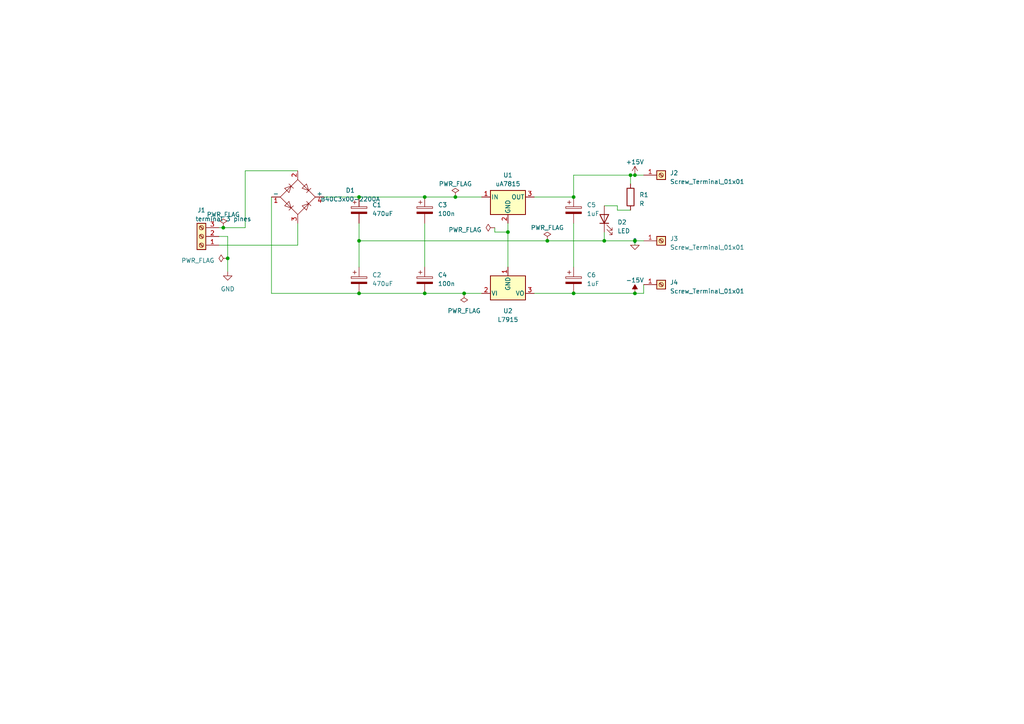
<source format=kicad_sch>
(kicad_sch (version 20230121) (generator eeschema)
  (paper "A4")
  (lib_symbols
    (symbol "Connector:Screw_Terminal_01x01" (pin_names (offset 1.016) hide)
      (property "Reference" "J" (at 0 2.54 0))
      (property "Value" "Screw_Terminal_01x01" (at 0 -2.54 0))
      (symbol "Screw_Terminal_01x01_1_1"
        (rectangle (start -1.27 1.27) (end 1.27 -1.27) (stroke (width 0.254)) (fill (type background)))
        (polyline (pts (xy -0.5334 0.3302) (xy 0.3302 -0.508)) (stroke (width 0.1524)))
        (polyline (pts (xy -0.3556 0.508) (xy 0.508 -0.3302)) (stroke (width 0.1524)))
        (circle (center 0 0) (radius 0.635) (stroke (width 0.1524)))
        (pin passive line (at -5.08 0 0) (length 3.81) (name "Pin_1") (number "1"))
      )
    )
    (symbol "Connector:Screw_Terminal_01x03" (pin_names (offset 1.016) hide)
      (property "Reference" "J" (at 0 5.08 0))
      (property "Value" "Screw_Terminal_01x03" (at 0 -5.08 0))
      (symbol "Screw_Terminal_01x03_1_1"
        (rectangle (start -1.27 3.81) (end 1.27 -3.81) (stroke (width 0.254)) (fill (type background)))
        (circle (center 0 -2.54) (radius 0.635) (stroke (width 0.1524)))
        (polyline (pts (xy -0.5334 -2.2098) (xy 0.3302 -3.048)) (stroke (width 0.1524)))
        (polyline (pts (xy -0.5334 0.3302) (xy 0.3302 -0.508)) (stroke (width 0.1524)))
        (polyline (pts (xy -0.5334 2.8702) (xy 0.3302 2.032)) (stroke (width 0.1524)))
        (polyline (pts (xy -0.3556 -2.032) (xy 0.508 -2.8702)) (stroke (width 0.1524)))
        (polyline (pts (xy -0.3556 0.508) (xy 0.508 -0.3302)) (stroke (width 0.1524)))
        (polyline (pts (xy -0.3556 3.048) (xy 0.508 2.2098)) (stroke (width 0.1524)))
        (circle (center 0 0) (radius 0.635) (stroke (width 0.1524)))
        (circle (center 0 2.54) (radius 0.635) (stroke (width 0.1524)))
        (pin passive line (at -5.08 2.54 0) (length 3.81) (name "Pin_1") (number "1"))
        (pin passive line (at -5.08 0 0) (length 3.81) (name "Pin_2") (number "2"))
        (pin passive line (at -5.08 -2.54 0) (length 3.81) (name "Pin_3") (number "3"))
      )
    )
    (symbol "Device:C_Polarized" (pin_numbers hide) (pin_names (offset 0.254))
      (property "Reference" "C" (at 0.635 2.54 0))
      (property "Value" "C_Polarized" (at 0.635 -2.54 0))
      (symbol "C_Polarized_0_1"
        (rectangle (start -2.286 0.508) (end 2.286 1.016))
        (polyline (pts (xy -1.778 2.286) (xy -0.762 2.286)))
        (polyline (pts (xy -1.27 2.794) (xy -1.27 1.778)))
        (rectangle (start 2.286 -0.508) (end -2.286 -1.016) (fill (type outline)))
      )
      (symbol "C_Polarized_1_1"
        (pin passive line (at 0 3.81 270) (length 2.794) (name "~") (number "1"))
        (pin passive line (at 0 -3.81 90) (length 2.794) (name "~") (number "2"))
      )
    )
    (symbol "Device:LED" (pin_numbers hide) (pin_names (offset 1.016) hide)
      (property "Reference" "D" (at 0 2.54 0))
      (property "Value" "LED" (at 0 -2.54 0))
      (symbol "LED_0_1"
        (polyline (pts (xy -1.27 -1.27) (xy -1.27 1.27)) (stroke (width 0.254)))
        (polyline (pts (xy -1.27 0) (xy 1.27 0)))
        (polyline (pts (xy 1.27 -1.27) (xy 1.27 1.27) (xy -1.27 0) (xy 1.27 -1.27)) (stroke (width 0.254)))
        (polyline (pts (xy -3.048 -0.762) (xy -4.572 -2.286) (xy -3.81 -2.286) (xy -4.572 -2.286) (xy -4.572 -1.524)))
        (polyline (pts (xy -1.778 -0.762) (xy -3.302 -2.286) (xy -2.54 -2.286) (xy -3.302 -2.286) (xy -3.302 -1.524)))
      )
      (symbol "LED_1_1"
        (pin passive line (at -3.81 0 0) (length 2.54) (name "K") (number "1"))
        (pin passive line (at 3.81 0 180) (length 2.54) (name "A") (number "2"))
      )
    )
    (symbol "Device:R" (pin_numbers hide) (pin_names (offset 0))
      (property "Reference" "R" (at 2.032 0 90))
      (property "Value" "R" (at 0 0 90))
      (symbol "R_0_1"
        (rectangle (start -1.016 -2.54) (end 1.016 2.54) (stroke (width 0.254)))
      )
      (symbol "R_1_1"
        (pin passive line (at 0 3.81 270) (length 1.27) (name "~") (number "1"))
        (pin passive line (at 0 -3.81 90) (length 1.27) (name "~") (number "2"))
      )
    )
    (symbol "Diode_Bridge:B40C3x00-2200A" (pin_names (offset 0))
      (property "Reference" "D" (at 2.54 6.985 0))
      (property "Value" "B40C3x00-2200A" (at 2.54 5.08 0))
      (symbol "B40C3x00-2200A_0_1"
        (polyline (pts (xy -2.54 3.81) (xy -1.27 2.54)))
        (polyline (pts (xy -1.27 -2.54) (xy -2.54 -3.81)))
        (polyline (pts (xy 2.54 -1.27) (xy 3.81 -2.54)))
        (polyline (pts (xy 2.54 1.27) (xy 3.81 2.54)))
        (polyline (pts (xy -3.81 2.54) (xy -2.54 1.27) (xy -1.905 3.175) (xy -3.81 2.54)))
        (polyline (pts (xy -2.54 -1.27) (xy -3.81 -2.54) (xy -1.905 -3.175) (xy -2.54 -1.27)))
        (polyline (pts (xy 1.27 2.54) (xy 2.54 3.81) (xy 3.175 1.905) (xy 1.27 2.54)))
        (polyline (pts (xy 3.175 -1.905) (xy 1.27 -2.54) (xy 2.54 -3.81) (xy 3.175 -1.905)))
        (polyline (pts (xy -5.08 0) (xy 0 -5.08) (xy 5.08 0) (xy 0 5.08) (xy -5.08 0)))
      )
      (symbol "B40C3x00-2200A_1_1"
        (pin passive line (at -7.62 0 0) (length 2.54) (name "-") (number "1"))
        (pin passive line (at 0 7.62 270) (length 2.54) (name "~") (number "2"))
        (pin passive line (at 0 -7.62 90) (length 2.54) (name "~") (number "3"))
        (pin passive line (at 7.62 0 180) (length 2.54) (name "+") (number "4"))
      )
    )
    (symbol "Regulator_Linear:L7915" (pin_names (offset 0.254))
      (property "Reference" "U" (at -3.81 -3.175 0))
      (property "Value" "L7915" (at 0 -3.175 0))
      (symbol "L7915_0_1"
        (rectangle (start -5.08 5.08) (end 5.08 -1.905) (stroke (width 0.254)) (fill (type background)))
      )
      (symbol "L7915_1_1"
        (pin power_in line (at 0 7.62 270) (length 2.54) (name "GND") (number "1"))
        (pin power_in line (at -7.62 0 0) (length 2.54) (name "VI") (number "2"))
        (pin power_out line (at 7.62 0 180) (length 2.54) (name "VO") (number "3"))
      )
    )
    (symbol "Regulator_Linear:uA7815" (pin_names (offset 0.254))
      (property "Reference" "U" (at -3.81 3.175 0))
      (property "Value" "uA7815" (at 0 3.175 0))
      (symbol "uA7815_0_1"
        (rectangle (start -5.08 1.905) (end 5.08 -5.08) (stroke (width 0.254)) (fill (type background)))
      )
      (symbol "uA7815_1_1"
        (pin power_in line (at -7.62 0 0) (length 2.54) (name "IN") (number "1"))
        (pin power_in line (at 0 -7.62 90) (length 2.54) (name "GND") (number "2"))
        (pin power_out line (at 7.62 0 180) (length 2.54) (name "OUT") (number "3"))
      )
    )
    (symbol "Simulation_SPICE:0" (power) (pin_names (offset 0))
      (property "Value" "0" (at 0 -1.778 0))
      (symbol "0_0_1"
        (polyline (pts (xy -1.27 0) (xy 0 -1.27) (xy 1.27 0) (xy -1.27 0)))
      )
      (symbol "0_1_1"
        (pin power_in line (at 0 0 0) (length 0) hide (name "0") (number "1"))
      )
    )
    (symbol "power:+15V" (power) (pin_names (offset 0))
      (property "Value" "+15V" (at 0 3.556 0))
      (symbol "+15V_0_1"
        (polyline (pts (xy -0.762 1.27) (xy 0 2.54)))
        (polyline (pts (xy 0 0) (xy 0 2.54)))
        (polyline (pts (xy 0 2.54) (xy 0.762 1.27)))
      )
      (symbol "+15V_1_1"
        (pin power_in line (at 0 0 90) (length 0) hide (name "+15V") (number "1"))
      )
    )
    (symbol "power:-15V" (power) (pin_names (offset 0))
      (property "Value" "-15V" (at 0 3.81 0))
      (symbol "-15V_0_0"
        (pin power_in line (at 0 0 90) (length 0) hide (name "-15V") (number "1"))
      )
      (symbol "-15V_0_1"
        (polyline (pts (xy 0 0) (xy 0 1.27) (xy 0.762 1.27) (xy 0 2.54) (xy -0.762 1.27) (xy 0 1.27)) (fill (type outline)))
      )
    )
    (symbol "power:GND" (power) (pin_names (offset 0))
      (property "Value" "GND" (at 0 -3.81 0))
      (symbol "GND_0_1"
        (polyline (pts (xy 0 0) (xy 0 -1.27) (xy 1.27 -1.27) (xy 0 -2.54) (xy -1.27 -1.27) (xy 0 -1.27)))
      )
      (symbol "GND_1_1"
        (pin power_in line (at 0 0 270) (length 0) hide (name "GND") (number "1"))
      )
    )
    (symbol "power:PWR_FLAG" (power) (pin_numbers hide) (pin_names (offset 0) hide)
      (property "Value" "PWR_FLAG" (at 0 3.81 0))
      (symbol "PWR_FLAG_0_0"
        (pin power_out line (at 0 0 90) (length 0) (name "pwr") (number "1"))
      )
      (symbol "PWR_FLAG_0_1"
        (polyline (pts (xy 0 0) (xy 0 1.27) (xy -1.016 1.905) (xy 0 2.54) (xy 1.016 1.905) (xy 0 1.27)))
      )
    )
  )
  (junction (at 64.77 66.04))
  (junction (at 166.37 85.09))
  (junction (at 158.75 69.85))
  (junction (at 123.19 85.09))
  (junction (at 123.19 57.15))
  (junction (at 104.14 69.85))
  (junction (at 184.15 50.8))
  (junction (at 166.37 57.15))
  (junction (at 182.88 50.8))
  (junction (at 184.15 69.85))
  (junction (at 104.14 57.15))
  (junction (at 184.15 85.09))
  (junction (at 132.08 57.15))
  (junction (at 175.26 69.85))
  (junction (at 104.14 85.09))
  (junction (at 134.62 85.09))
  (junction (at 66.04 74.93))
  (junction (at 147.32 67.31))
  (wire (pts (xy 184.15 50.8) (xy 186.69 50.8)))
  (wire (pts (xy 63.5 68.58) (xy 66.04 68.58)))
  (wire (pts (xy 175.26 67.31) (xy 175.26 69.85)))
  (wire (pts (xy 71.12 49.53) (xy 71.12 66.04)))
  (wire (pts (xy 86.36 64.77) (xy 86.36 71.12)))
  (wire (pts (xy 182.88 60.96) (xy 179.07 60.96)))
  (wire (pts (xy 134.62 85.09) (xy 139.7 85.09)))
  (wire (pts (xy 123.19 57.15) (xy 132.08 57.15)))
  (wire (pts (xy 158.75 69.85) (xy 175.26 69.85)))
  (wire (pts (xy 104.14 57.15) (xy 123.19 57.15)))
  (wire (pts (xy 143.51 66.04) (xy 143.51 67.31)))
  (wire (pts (xy 71.12 66.04) (xy 64.77 66.04)))
  (wire (pts (xy 104.14 69.85) (xy 104.14 77.47)))
  (wire (pts (xy 123.19 64.77) (xy 123.19 77.47)))
  (wire (pts (xy 71.12 49.53) (xy 86.36 49.53)))
  (wire (pts (xy 63.5 71.12) (xy 86.36 71.12)))
  (wire (pts (xy 175.26 69.85) (xy 184.15 69.85)))
  (wire (pts (xy 154.94 57.15) (xy 166.37 57.15)))
  (wire (pts (xy 66.04 74.93) (xy 66.04 78.74)))
  (wire (pts (xy 179.07 60.96) (xy 179.07 59.69)))
  (wire (pts (xy 78.74 85.09) (xy 78.74 57.15)))
  (wire (pts (xy 184.15 69.85) (xy 184.15 71.12)))
  (wire (pts (xy 147.32 67.31) (xy 147.32 77.47)))
  (wire (pts (xy 104.14 69.85) (xy 158.75 69.85)))
  (wire (pts (xy 66.04 68.58) (xy 66.04 74.93)))
  (wire (pts (xy 166.37 85.09) (xy 184.15 85.09)))
  (wire (pts (xy 184.15 69.85) (xy 186.69 69.85)))
  (wire (pts (xy 147.32 64.77) (xy 147.32 67.31)))
  (wire (pts (xy 182.88 50.8) (xy 184.15 50.8)))
  (wire (pts (xy 64.77 66.04) (xy 63.5 66.04)))
  (wire (pts (xy 186.69 85.09) (xy 184.15 85.09)))
  (wire (pts (xy 132.08 57.15) (xy 139.7 57.15)))
  (wire (pts (xy 166.37 64.77) (xy 166.37 77.47)))
  (wire (pts (xy 166.37 50.8) (xy 182.88 50.8)))
  (wire (pts (xy 166.37 57.15) (xy 166.37 50.8)))
  (wire (pts (xy 93.98 57.15) (xy 104.14 57.15)))
  (wire (pts (xy 154.94 85.09) (xy 166.37 85.09)))
  (wire (pts (xy 104.14 85.09) (xy 78.74 85.09)))
  (wire (pts (xy 182.88 50.8) (xy 182.88 53.34)))
  (wire (pts (xy 186.69 82.55) (xy 186.69 85.09)))
  (wire (pts (xy 123.19 85.09) (xy 134.62 85.09)))
  (wire (pts (xy 143.51 67.31) (xy 147.32 67.31)))
  (wire (pts (xy 104.14 64.77) (xy 104.14 69.85)))
  (wire (pts (xy 179.07 59.69) (xy 175.26 59.69)))
  (wire (pts (xy 104.14 85.09) (xy 123.19 85.09)))
  (symbol (lib_id "Device:C_Polarized") (at 123.19 60.96 0) (unit 1)
    (property "Reference" "C3" (at 127 59.436 0) (effects (justify left)))
    (property "Value" "100n" (at 127 61.976 0) (effects (justify left)))
    (property "Footprint" "Capacitor_THT:CP_Axial_L25.0mm_D10.0mm_P30.00mm_Horizontal" (effects hide))
  )
  (symbol (lib_id "power:+15V") (at 184.15 50.8 0) (unit 1)
    (property "Reference" "#PWR02" (effects hide))
    (property "Value" "+15V" (at 184.15 46.99 0))
  )
  (symbol (lib_id "Device:C_Polarized") (at 104.14 60.96 0) (unit 1)
    (property "Reference" "C1" (at 107.95 59.436 0) (effects (justify left)))
    (property "Value" "470uF" (at 107.95 61.976 0) (effects (justify left)))
    (property "Footprint" "Capacitor_THT:CP_Axial_L25.0mm_D10.0mm_P30.00mm_Horizontal" (effects hide))
  )
  (symbol (lib_id "Device:C_Polarized") (at 123.19 81.28 0) (unit 1)
    (property "Reference" "C4" (at 127 79.756 0) (effects (justify left)))
    (property "Value" "100n" (at 127 82.296 0) (effects (justify left)))
    (property "Footprint" "Capacitor_THT:CP_Axial_L25.0mm_D10.0mm_P30.00mm_Horizontal" (effects hide))
  )
  (symbol (lib_id "Device:LED") (at 175.26 63.5 90) (unit 1)
    (property "Reference" "D2" (at 179.07 64.4525 90) (effects (justify right)))
    (property "Value" "LED" (at 179.07 66.9925 90) (effects (justify right)))
  )
  (symbol (lib_id "Connector:Screw_Terminal_01x01") (at 191.77 50.8 0) (unit 1)
    (property "Reference" "J2" (at 194.31 50.165 0) (effects (justify left)))
    (property "Value" "Screw_Terminal_01x01" (at 194.31 52.705 0) (effects (justify left)))
  )
  (symbol (lib_id "Diode_Bridge:B40C3x00-2200A") (at 86.36 57.15 0) (unit 1)
    (property "Reference" "D1" (at 101.6 55.2197 0))
    (property "Value" "B40C3x00-2200A" (at 101.6 57.7597 0))
    (property "Footprint" "Diode_THT:Diode_Bridge_32.0x5.6x17.0mm_P10.0mm_P7.5mm" (effects hide))
    (property "Datasheet" "https://diotec.com/tl_files/diotec/files/pdf/datasheets/b40c3700" (effects hide))
  )
  (symbol (lib_id "power:-15V") (at 184.15 85.09 0) (unit 1)
    (property "Reference" "#PWR03" (effects hide))
    (property "Value" "-15V" (at 184.15 81.28 0))
  )
  (symbol (lib_id "power:PWR_FLAG") (at 143.51 66.04 90) (unit 1)
    (property "Reference" "#FLG03" (effects hide))
    (property "Value" "PWR_FLAG" (at 139.7 66.675 90) (effects (justify left)))
  )
  (symbol (lib_id "power:PWR_FLAG") (at 134.62 85.09 180) (unit 1)
    (property "Reference" "#FLG05" (effects hide))
    (property "Value" "PWR_FLAG" (at 134.62 90.17 0))
  )
  (symbol (lib_id "Device:R") (at 182.88 57.15 0) (unit 1)
    (property "Reference" "R1" (at 185.42 56.515 0) (effects (justify left)))
    (property "Value" "R" (at 185.42 59.055 0) (effects (justify left)))
  )
  (symbol (lib_id "power:PWR_FLAG") (at 132.08 57.15 0) (unit 1)
    (property "Reference" "#FLG04" (effects hide))
    (property "Value" "PWR_FLAG" (at 132.08 53.34 0))
  )
  (symbol (lib_id "power:PWR_FLAG") (at 66.04 74.93 90) (unit 1)
    (property "Reference" "#FLG06" (effects hide))
    (property "Value" "PWR_FLAG" (at 62.23 75.565 90) (effects (justify left)))
  )
  (symbol (lib_id "Connector:Screw_Terminal_01x03") (at 58.42 68.58 180) (unit 1)
    (property "Reference" "J1" (at 58.42 60.96 0))
    (property "Value" "terminal 3 pines" (at 64.77 63.5 0))
    (property "Footprint" "TerminalBlock:TerminalBlock_bornier-3_P5.08mm" (effects hide))
  )
  (symbol (lib_id "Connector:Screw_Terminal_01x01") (at 191.77 69.85 0) (unit 1)
    (property "Reference" "J3" (at 194.31 69.215 0) (effects (justify left)))
    (property "Value" "Screw_Terminal_01x01" (at 194.31 71.755 0) (effects (justify left)))
  )
  (symbol (lib_id "Device:C_Polarized") (at 166.37 81.28 0) (unit 1)
    (property "Reference" "C6" (at 170.18 79.756 0) (effects (justify left)))
    (property "Value" "1uF" (at 170.18 82.296 0) (effects (justify left)))
    (property "Footprint" "Capacitor_THT:CP_Axial_L25.0mm_D10.0mm_P30.00mm_Horizontal" (effects hide))
  )
  (symbol (lib_id "Connector:Screw_Terminal_01x01") (at 191.77 82.55 0) (unit 1)
    (property "Reference" "J4" (at 194.31 81.915 0) (effects (justify left)))
    (property "Value" "Screw_Terminal_01x01" (at 194.31 84.455 0) (effects (justify left)))
  )
  (symbol (lib_id "Device:C_Polarized") (at 104.14 81.28 0) (unit 1)
    (property "Reference" "C2" (at 107.95 79.756 0) (effects (justify left)))
    (property "Value" "470uF" (at 107.95 82.296 0) (effects (justify left)))
    (property "Footprint" "Capacitor_THT:CP_Axial_L25.0mm_D10.0mm_P30.00mm_Horizontal" (effects hide))
  )
  (symbol (lib_id "Regulator_Linear:L7915") (at 147.32 85.09 0) (unit 1)
    (property "Reference" "U2" (at 147.32 90.17 0))
    (property "Value" "L7915" (at 147.32 92.71 0))
    (property "Datasheet" "http://www.st.com/content/ccc/resource/technical/document/datasheet/c9/16/86/41/c7/2b/45/f2/CD00000450.pdf/files/CD00000450.pdf/jcr:content/translations/en.CD00000450.pdf" (effects hide))
  )
  (symbol (lib_id "power:GND") (at 66.04 78.74 0) (unit 1)
    (property "Reference" "#PWR01" (effects hide))
    (property "Value" "GND" (at 66.04 83.82 0))
  )
  (symbol (lib_id "Simulation_SPICE:0") (at 184.15 71.12 0) (unit 1)
    (property "Reference" "#GND01" (effects hide))
    (property "Value" "0" (at 184.15 69.85 0))
  )
  (symbol (lib_id "power:PWR_FLAG") (at 158.75 69.85 0) (unit 1)
    (property "Reference" "#FLG01" (effects hide))
    (property "Value" "PWR_FLAG" (at 158.75 66.04 0))
  )
  (symbol (lib_id "Regulator_Linear:uA7815") (at 147.32 57.15 0) (unit 1)
    (property "Reference" "U1" (at 147.32 50.8 0))
    (property "Value" "uA7815" (at 147.32 53.34 0))
    (property "Datasheet" "http://www.ti.com/lit/ds/symlink/ua78.pdf" (effects hide))
  )
  (symbol (lib_id "Device:C_Polarized") (at 166.37 60.96 0) (unit 1)
    (property "Reference" "C5" (at 170.18 59.436 0) (effects (justify left)))
    (property "Value" "1uF" (at 170.18 61.976 0) (effects (justify left)))
    (property "Footprint" "Capacitor_THT:CP_Axial_L25.0mm_D10.0mm_P30.00mm_Horizontal" (effects hide))
  )
  (symbol (lib_id "power:PWR_FLAG") (at 64.77 66.04 0) (unit 1)
    (property "Reference" "#FLG02" (effects hide))
    (property "Value" "PWR_FLAG" (at 64.77 62.23 0))
  )
)
</source>
